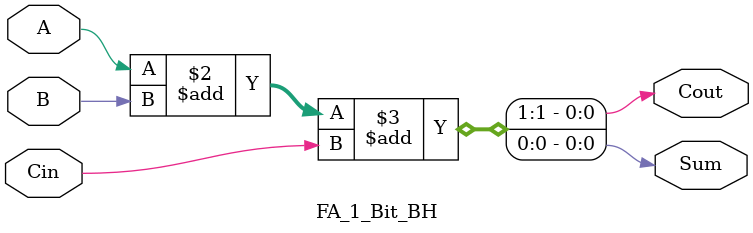
<source format=v>
module FA_1_Bit_BH(A,B,Cin,Sum,Cout);

input A,B,Cin;
 output reg Sum,Cout;

 always @( A,B,Cin)
 begin
{Cout,Sum} = A + B + Cin;
 end
 endmodule
</source>
